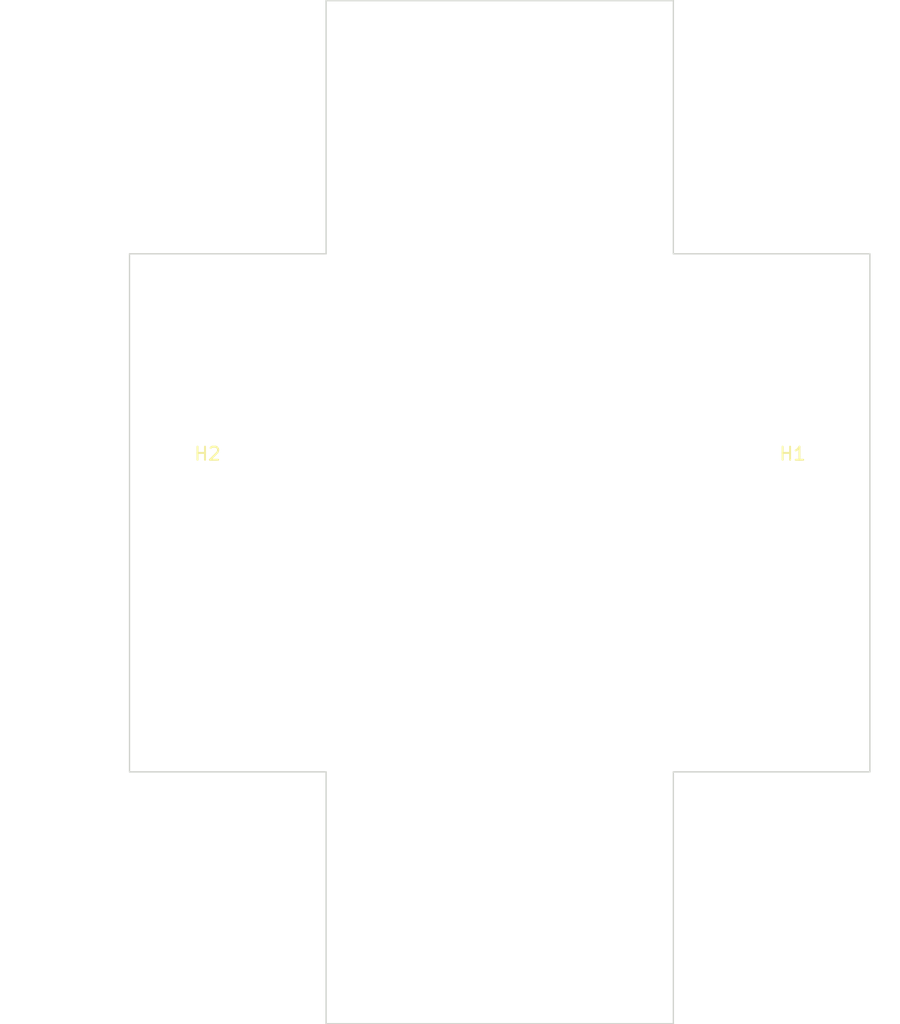
<source format=kicad_pcb>
(kicad_pcb (version 20221018) (generator pcbnew)
  (layers (0 "F.Cu" signal) (31 "B.Cu" signal) (34 "B.Paste" user) (35 "F.Paste" user) (36 "B.SilkS" user "B.Silkscreen") (37 "F.SilkS" user "F.Silkscreen") (38 "B.Mask" user) (39 "F.Mask" user) (44 "Edge.Cuts" user))
  (net 0 "")
  (footprint "MountingHole:MountingHole_3.5mm" (layer "F.Cu") (at 79.85 59.55)
    (fp_text reference "H2" (at 0 -4.5) (layer "F.SilkS"))
    (fp_text value "MountingHole")
    (pad "" np_thru_hole circle locked (at 0 0) (size 3.5 3.5) (drill 3.5) (layers "*.Cu" "*.Mask"))
  )
  (footprint "MountingHole:MountingHole_3.5mm" (layer "F.Cu") (at 124.5 59.55)
    (fp_text reference "H1" (at 0 -4.5) (layer "F.SilkS"))
    (fp_text value "MountingHole")
    (pad "" np_thru_hole circle locked (at 0 0) (size 3.5 3.5) (drill 3.5) (layers "*.Cu" "*.Mask"))
  )
  (gr_line locked (start 115.4 20.5) (end 88.9 20.5) (stroke (width 0.1)) (layer "Edge.Cuts"))
  (gr_line locked (start 115.4 98.5) (end 115.4 79.3) (stroke (width 0.1)) (layer "Edge.Cuts"))
  (gr_line locked (start 88.9 20.5) (end 88.9 39.8) (stroke (width 0.1)) (layer "Edge.Cuts"))
  (gr_line locked (start 73.9 79.3) (end 88.9 79.3) (stroke (width 0.1)) (layer "Edge.Cuts"))
  (gr_line locked (start 88.9 39.8) (end 73.9 39.8) (stroke (width 0.1)) (layer "Edge.Cuts"))
  (gr_line locked (start 115.4 39.8) (end 115.4 20.5) (stroke (width 0.1)) (layer "Edge.Cuts"))
  (gr_line locked (start 73.9 39.8) (end 73.9 79.3) (stroke (width 0.1)) (layer "Edge.Cuts"))
  (gr_line locked (start 130.4 39.8) (end 115.4 39.8) (stroke (width 0.1)) (layer "Edge.Cuts"))
  (gr_line locked (start 88.9 98.5) (end 115.4 98.5) (stroke (width 0.1)) (layer "Edge.Cuts"))
  (gr_line locked (start 88.9 79.3) (end 88.9 98.5) (stroke (width 0.1)) (layer "Edge.Cuts"))
  (gr_line locked (start 130.4 79.3) (end 130.4 39.8) (stroke (width 0.1)) (layer "Edge.Cuts"))
  (gr_line locked (start 115.4 79.3) (end 130.4 79.3) (stroke (width 0.1)) (layer "Edge.Cuts"))
)
</source>
